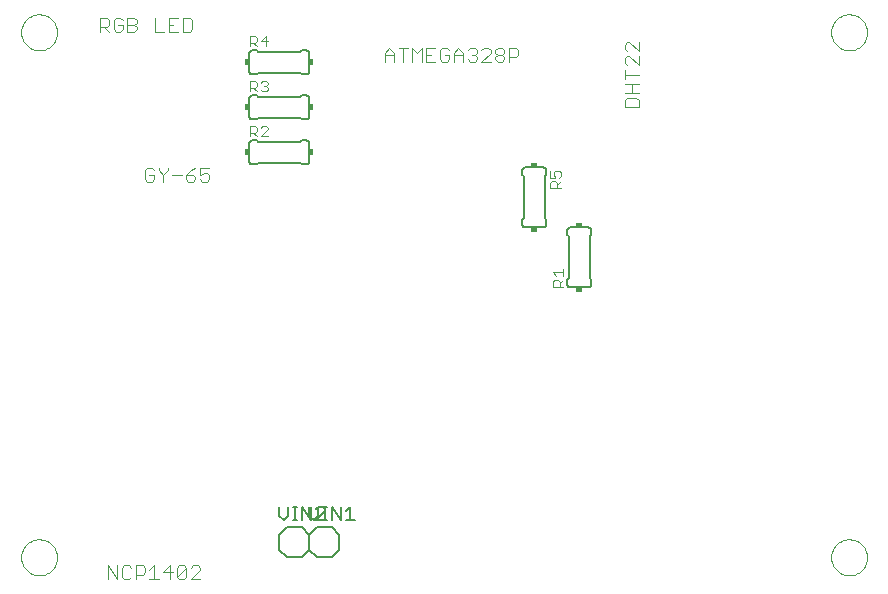
<source format=gto>
G75*
%MOIN*%
%OFA0B0*%
%FSLAX24Y24*%
%IPPOS*%
%LPD*%
%AMOC8*
5,1,8,0,0,1.08239X$1,22.5*
%
%ADD10C,0.0000*%
%ADD11C,0.0040*%
%ADD12C,0.0060*%
%ADD13R,0.0200X0.0150*%
%ADD14R,0.0150X0.0200*%
%ADD15C,0.0050*%
D10*
X000580Y001180D02*
X000582Y001229D01*
X000588Y001277D01*
X000598Y001325D01*
X000612Y001372D01*
X000629Y001418D01*
X000650Y001462D01*
X000675Y001504D01*
X000703Y001544D01*
X000735Y001582D01*
X000769Y001617D01*
X000806Y001649D01*
X000845Y001678D01*
X000887Y001704D01*
X000931Y001726D01*
X000976Y001744D01*
X001023Y001759D01*
X001070Y001770D01*
X001119Y001777D01*
X001168Y001780D01*
X001217Y001779D01*
X001265Y001774D01*
X001314Y001765D01*
X001361Y001752D01*
X001407Y001735D01*
X001451Y001715D01*
X001494Y001691D01*
X001535Y001664D01*
X001573Y001633D01*
X001609Y001600D01*
X001641Y001564D01*
X001671Y001525D01*
X001698Y001484D01*
X001721Y001440D01*
X001740Y001395D01*
X001756Y001349D01*
X001768Y001302D01*
X001776Y001253D01*
X001780Y001204D01*
X001780Y001156D01*
X001776Y001107D01*
X001768Y001058D01*
X001756Y001011D01*
X001740Y000965D01*
X001721Y000920D01*
X001698Y000876D01*
X001671Y000835D01*
X001641Y000796D01*
X001609Y000760D01*
X001573Y000727D01*
X001535Y000696D01*
X001494Y000669D01*
X001451Y000645D01*
X001407Y000625D01*
X001361Y000608D01*
X001314Y000595D01*
X001265Y000586D01*
X001217Y000581D01*
X001168Y000580D01*
X001119Y000583D01*
X001070Y000590D01*
X001023Y000601D01*
X000976Y000616D01*
X000931Y000634D01*
X000887Y000656D01*
X000845Y000682D01*
X000806Y000711D01*
X000769Y000743D01*
X000735Y000778D01*
X000703Y000816D01*
X000675Y000856D01*
X000650Y000898D01*
X000629Y000942D01*
X000612Y000988D01*
X000598Y001035D01*
X000588Y001083D01*
X000582Y001131D01*
X000580Y001180D01*
X000580Y018680D02*
X000582Y018729D01*
X000588Y018777D01*
X000598Y018825D01*
X000612Y018872D01*
X000629Y018918D01*
X000650Y018962D01*
X000675Y019004D01*
X000703Y019044D01*
X000735Y019082D01*
X000769Y019117D01*
X000806Y019149D01*
X000845Y019178D01*
X000887Y019204D01*
X000931Y019226D01*
X000976Y019244D01*
X001023Y019259D01*
X001070Y019270D01*
X001119Y019277D01*
X001168Y019280D01*
X001217Y019279D01*
X001265Y019274D01*
X001314Y019265D01*
X001361Y019252D01*
X001407Y019235D01*
X001451Y019215D01*
X001494Y019191D01*
X001535Y019164D01*
X001573Y019133D01*
X001609Y019100D01*
X001641Y019064D01*
X001671Y019025D01*
X001698Y018984D01*
X001721Y018940D01*
X001740Y018895D01*
X001756Y018849D01*
X001768Y018802D01*
X001776Y018753D01*
X001780Y018704D01*
X001780Y018656D01*
X001776Y018607D01*
X001768Y018558D01*
X001756Y018511D01*
X001740Y018465D01*
X001721Y018420D01*
X001698Y018376D01*
X001671Y018335D01*
X001641Y018296D01*
X001609Y018260D01*
X001573Y018227D01*
X001535Y018196D01*
X001494Y018169D01*
X001451Y018145D01*
X001407Y018125D01*
X001361Y018108D01*
X001314Y018095D01*
X001265Y018086D01*
X001217Y018081D01*
X001168Y018080D01*
X001119Y018083D01*
X001070Y018090D01*
X001023Y018101D01*
X000976Y018116D01*
X000931Y018134D01*
X000887Y018156D01*
X000845Y018182D01*
X000806Y018211D01*
X000769Y018243D01*
X000735Y018278D01*
X000703Y018316D01*
X000675Y018356D01*
X000650Y018398D01*
X000629Y018442D01*
X000612Y018488D01*
X000598Y018535D01*
X000588Y018583D01*
X000582Y018631D01*
X000580Y018680D01*
X027580Y018680D02*
X027582Y018729D01*
X027588Y018777D01*
X027598Y018825D01*
X027612Y018872D01*
X027629Y018918D01*
X027650Y018962D01*
X027675Y019004D01*
X027703Y019044D01*
X027735Y019082D01*
X027769Y019117D01*
X027806Y019149D01*
X027845Y019178D01*
X027887Y019204D01*
X027931Y019226D01*
X027976Y019244D01*
X028023Y019259D01*
X028070Y019270D01*
X028119Y019277D01*
X028168Y019280D01*
X028217Y019279D01*
X028265Y019274D01*
X028314Y019265D01*
X028361Y019252D01*
X028407Y019235D01*
X028451Y019215D01*
X028494Y019191D01*
X028535Y019164D01*
X028573Y019133D01*
X028609Y019100D01*
X028641Y019064D01*
X028671Y019025D01*
X028698Y018984D01*
X028721Y018940D01*
X028740Y018895D01*
X028756Y018849D01*
X028768Y018802D01*
X028776Y018753D01*
X028780Y018704D01*
X028780Y018656D01*
X028776Y018607D01*
X028768Y018558D01*
X028756Y018511D01*
X028740Y018465D01*
X028721Y018420D01*
X028698Y018376D01*
X028671Y018335D01*
X028641Y018296D01*
X028609Y018260D01*
X028573Y018227D01*
X028535Y018196D01*
X028494Y018169D01*
X028451Y018145D01*
X028407Y018125D01*
X028361Y018108D01*
X028314Y018095D01*
X028265Y018086D01*
X028217Y018081D01*
X028168Y018080D01*
X028119Y018083D01*
X028070Y018090D01*
X028023Y018101D01*
X027976Y018116D01*
X027931Y018134D01*
X027887Y018156D01*
X027845Y018182D01*
X027806Y018211D01*
X027769Y018243D01*
X027735Y018278D01*
X027703Y018316D01*
X027675Y018356D01*
X027650Y018398D01*
X027629Y018442D01*
X027612Y018488D01*
X027598Y018535D01*
X027588Y018583D01*
X027582Y018631D01*
X027580Y018680D01*
X027580Y001180D02*
X027582Y001229D01*
X027588Y001277D01*
X027598Y001325D01*
X027612Y001372D01*
X027629Y001418D01*
X027650Y001462D01*
X027675Y001504D01*
X027703Y001544D01*
X027735Y001582D01*
X027769Y001617D01*
X027806Y001649D01*
X027845Y001678D01*
X027887Y001704D01*
X027931Y001726D01*
X027976Y001744D01*
X028023Y001759D01*
X028070Y001770D01*
X028119Y001777D01*
X028168Y001780D01*
X028217Y001779D01*
X028265Y001774D01*
X028314Y001765D01*
X028361Y001752D01*
X028407Y001735D01*
X028451Y001715D01*
X028494Y001691D01*
X028535Y001664D01*
X028573Y001633D01*
X028609Y001600D01*
X028641Y001564D01*
X028671Y001525D01*
X028698Y001484D01*
X028721Y001440D01*
X028740Y001395D01*
X028756Y001349D01*
X028768Y001302D01*
X028776Y001253D01*
X028780Y001204D01*
X028780Y001156D01*
X028776Y001107D01*
X028768Y001058D01*
X028756Y001011D01*
X028740Y000965D01*
X028721Y000920D01*
X028698Y000876D01*
X028671Y000835D01*
X028641Y000796D01*
X028609Y000760D01*
X028573Y000727D01*
X028535Y000696D01*
X028494Y000669D01*
X028451Y000645D01*
X028407Y000625D01*
X028361Y000608D01*
X028314Y000595D01*
X028265Y000586D01*
X028217Y000581D01*
X028168Y000580D01*
X028119Y000583D01*
X028070Y000590D01*
X028023Y000601D01*
X027976Y000616D01*
X027931Y000634D01*
X027887Y000656D01*
X027845Y000682D01*
X027806Y000711D01*
X027769Y000743D01*
X027735Y000778D01*
X027703Y000816D01*
X027675Y000856D01*
X027650Y000898D01*
X027629Y000942D01*
X027612Y000988D01*
X027598Y001035D01*
X027588Y001083D01*
X027582Y001131D01*
X027580Y001180D01*
D11*
X018650Y010200D02*
X018300Y010200D01*
X018300Y010375D01*
X018358Y010434D01*
X018475Y010434D01*
X018533Y010375D01*
X018533Y010200D01*
X018533Y010317D02*
X018650Y010434D01*
X018650Y010559D02*
X018650Y010793D01*
X018650Y010676D02*
X018300Y010676D01*
X018416Y010559D01*
X018443Y013482D02*
X018443Y013657D01*
X018385Y013715D01*
X018268Y013715D01*
X018210Y013657D01*
X018210Y013482D01*
X018560Y013482D01*
X018443Y013599D02*
X018560Y013715D01*
X018502Y013841D02*
X018560Y013899D01*
X018560Y014016D01*
X018502Y014074D01*
X018385Y014074D01*
X018326Y014016D01*
X018326Y013958D01*
X018385Y013841D01*
X018210Y013841D01*
X018210Y014074D01*
X020700Y016200D02*
X020700Y016430D01*
X020776Y016507D01*
X021083Y016507D01*
X021160Y016430D01*
X021160Y016200D01*
X020700Y016200D01*
X020700Y016660D02*
X021160Y016660D01*
X020930Y016660D02*
X020930Y016967D01*
X020700Y016967D02*
X021160Y016967D01*
X021160Y017274D02*
X020700Y017274D01*
X020700Y017121D02*
X020700Y017428D01*
X020776Y017581D02*
X020700Y017658D01*
X020700Y017811D01*
X020776Y017888D01*
X020853Y017888D01*
X021160Y017581D01*
X021160Y017888D01*
X021160Y018042D02*
X020853Y018348D01*
X020776Y018348D01*
X020700Y018272D01*
X020700Y018118D01*
X020776Y018042D01*
X021160Y018042D02*
X021160Y018348D01*
X017150Y018084D02*
X017150Y017930D01*
X017074Y017853D01*
X016844Y017853D01*
X016844Y017700D02*
X016844Y018160D01*
X017074Y018160D01*
X017150Y018084D01*
X016690Y018084D02*
X016690Y018007D01*
X016613Y017930D01*
X016460Y017930D01*
X016383Y018007D01*
X016383Y018084D01*
X016460Y018160D01*
X016613Y018160D01*
X016690Y018084D01*
X016613Y017930D02*
X016690Y017853D01*
X016690Y017777D01*
X016613Y017700D01*
X016460Y017700D01*
X016383Y017777D01*
X016383Y017853D01*
X016460Y017930D01*
X016230Y018007D02*
X016230Y018084D01*
X016153Y018160D01*
X015999Y018160D01*
X015923Y018084D01*
X015769Y018084D02*
X015769Y018007D01*
X015693Y017930D01*
X015769Y017853D01*
X015769Y017777D01*
X015693Y017700D01*
X015539Y017700D01*
X015462Y017777D01*
X015309Y017700D02*
X015309Y018007D01*
X015155Y018160D01*
X015002Y018007D01*
X015002Y017700D01*
X014848Y017777D02*
X014848Y017930D01*
X014695Y017930D01*
X014542Y017777D02*
X014618Y017700D01*
X014772Y017700D01*
X014848Y017777D01*
X015002Y017930D02*
X015309Y017930D01*
X015462Y018084D02*
X015539Y018160D01*
X015693Y018160D01*
X015769Y018084D01*
X015693Y017930D02*
X015616Y017930D01*
X015923Y017700D02*
X016230Y018007D01*
X016230Y017700D02*
X015923Y017700D01*
X014848Y018084D02*
X014772Y018160D01*
X014618Y018160D01*
X014542Y018084D01*
X014542Y017777D01*
X014388Y017700D02*
X014081Y017700D01*
X014081Y018160D01*
X014388Y018160D01*
X014235Y017930D02*
X014081Y017930D01*
X013928Y018160D02*
X013928Y017700D01*
X013621Y017700D02*
X013621Y018160D01*
X013774Y018007D01*
X013928Y018160D01*
X013467Y018160D02*
X013160Y018160D01*
X013314Y018160D02*
X013314Y017700D01*
X013007Y017700D02*
X013007Y018007D01*
X012853Y018160D01*
X012700Y018007D01*
X012700Y017700D01*
X012700Y017930D02*
X013007Y017930D01*
X008793Y018385D02*
X008559Y018385D01*
X008734Y018560D01*
X008734Y018210D01*
X008434Y018210D02*
X008317Y018327D01*
X008375Y018327D02*
X008200Y018327D01*
X008200Y018210D02*
X008200Y018560D01*
X008375Y018560D01*
X008434Y018502D01*
X008434Y018385D01*
X008375Y018327D01*
X008375Y017060D02*
X008200Y017060D01*
X008200Y016710D01*
X008200Y016827D02*
X008375Y016827D01*
X008434Y016885D01*
X008434Y017002D01*
X008375Y017060D01*
X008559Y017002D02*
X008617Y017060D01*
X008734Y017060D01*
X008793Y017002D01*
X008793Y016944D01*
X008734Y016885D01*
X008793Y016827D01*
X008793Y016768D01*
X008734Y016710D01*
X008617Y016710D01*
X008559Y016768D01*
X008434Y016710D02*
X008317Y016827D01*
X008676Y016885D02*
X008734Y016885D01*
X008734Y015560D02*
X008617Y015560D01*
X008559Y015502D01*
X008434Y015502D02*
X008434Y015385D01*
X008375Y015327D01*
X008200Y015327D01*
X008317Y015327D02*
X008434Y015210D01*
X008559Y015210D02*
X008793Y015444D01*
X008793Y015502D01*
X008734Y015560D01*
X008434Y015502D02*
X008375Y015560D01*
X008200Y015560D01*
X008200Y015210D01*
X008559Y015210D02*
X008793Y015210D01*
X006848Y014160D02*
X006542Y014160D01*
X006542Y013930D01*
X006695Y014007D01*
X006772Y014007D01*
X006848Y013930D01*
X006848Y013777D01*
X006772Y013700D01*
X006618Y013700D01*
X006542Y013777D01*
X006388Y013777D02*
X006311Y013700D01*
X006158Y013700D01*
X006081Y013777D01*
X006081Y013930D01*
X006311Y013930D01*
X006388Y013853D01*
X006388Y013777D01*
X006235Y014084D02*
X006081Y013930D01*
X005928Y013930D02*
X005621Y013930D01*
X005467Y014084D02*
X005467Y014160D01*
X005467Y014084D02*
X005314Y013930D01*
X005314Y013700D01*
X005007Y013777D02*
X005007Y013930D01*
X004853Y013930D01*
X004700Y013777D02*
X004700Y014084D01*
X004777Y014160D01*
X004930Y014160D01*
X005007Y014084D01*
X005160Y014084D02*
X005314Y013930D01*
X005160Y014084D02*
X005160Y014160D01*
X005007Y013777D02*
X004930Y013700D01*
X004777Y013700D01*
X004700Y013777D01*
X006235Y014084D02*
X006388Y014160D01*
X006193Y018700D02*
X005962Y018700D01*
X005962Y019160D01*
X006193Y019160D01*
X006269Y019084D01*
X006269Y018777D01*
X006193Y018700D01*
X005809Y018700D02*
X005502Y018700D01*
X005502Y019160D01*
X005809Y019160D01*
X005655Y018930D02*
X005502Y018930D01*
X005348Y018700D02*
X005042Y018700D01*
X005042Y019160D01*
X004428Y019084D02*
X004428Y019007D01*
X004351Y018930D01*
X004121Y018930D01*
X003967Y018930D02*
X003967Y018777D01*
X003891Y018700D01*
X003737Y018700D01*
X003660Y018777D01*
X003660Y019084D01*
X003737Y019160D01*
X003891Y019160D01*
X003967Y019084D01*
X003967Y018930D02*
X003814Y018930D01*
X003507Y018930D02*
X003430Y018853D01*
X003200Y018853D01*
X003200Y018700D02*
X003200Y019160D01*
X003430Y019160D01*
X003507Y019084D01*
X003507Y018930D01*
X003353Y018853D02*
X003507Y018700D01*
X004121Y018700D02*
X004351Y018700D01*
X004428Y018777D01*
X004428Y018853D01*
X004351Y018930D01*
X004428Y019084D02*
X004351Y019160D01*
X004121Y019160D01*
X004121Y018700D01*
X004168Y000910D02*
X004014Y000910D01*
X003938Y000834D01*
X003938Y000527D01*
X004014Y000450D01*
X004168Y000450D01*
X004245Y000527D01*
X004398Y000603D02*
X004628Y000603D01*
X004705Y000680D01*
X004705Y000834D01*
X004628Y000910D01*
X004398Y000910D01*
X004398Y000450D01*
X004245Y000834D02*
X004168Y000910D01*
X003784Y000910D02*
X003784Y000450D01*
X003477Y000910D01*
X003477Y000450D01*
X004858Y000450D02*
X005165Y000450D01*
X005012Y000450D02*
X005012Y000910D01*
X004858Y000757D01*
X005319Y000680D02*
X005626Y000680D01*
X005779Y000527D02*
X006086Y000834D01*
X006086Y000527D01*
X006009Y000450D01*
X005856Y000450D01*
X005779Y000527D01*
X005779Y000834D01*
X005856Y000910D01*
X006009Y000910D01*
X006086Y000834D01*
X006240Y000834D02*
X006316Y000910D01*
X006470Y000910D01*
X006547Y000834D01*
X006547Y000757D01*
X006240Y000450D01*
X006547Y000450D01*
X005549Y000450D02*
X005549Y000910D01*
X005319Y000680D01*
D12*
X009180Y001430D02*
X009430Y001180D01*
X009930Y001180D01*
X010180Y001430D01*
X010180Y001930D01*
X009930Y002180D01*
X009430Y002180D01*
X009180Y001930D01*
X009180Y001430D01*
X010180Y001430D02*
X010430Y001180D01*
X010930Y001180D01*
X011180Y001430D01*
X011180Y001930D01*
X010930Y002180D01*
X010430Y002180D01*
X010180Y001930D01*
X010180Y001430D01*
X018880Y010180D02*
X019480Y010180D01*
X019497Y010182D01*
X019514Y010186D01*
X019530Y010193D01*
X019544Y010203D01*
X019557Y010216D01*
X019567Y010230D01*
X019574Y010246D01*
X019578Y010263D01*
X019580Y010280D01*
X019580Y010430D01*
X019530Y010480D01*
X019530Y011880D01*
X019580Y011930D01*
X019580Y012080D01*
X019578Y012097D01*
X019574Y012114D01*
X019567Y012130D01*
X019557Y012144D01*
X019544Y012157D01*
X019530Y012167D01*
X019514Y012174D01*
X019497Y012178D01*
X019480Y012180D01*
X018880Y012180D01*
X018863Y012178D01*
X018846Y012174D01*
X018830Y012167D01*
X018816Y012157D01*
X018803Y012144D01*
X018793Y012130D01*
X018786Y012114D01*
X018782Y012097D01*
X018780Y012080D01*
X018780Y011930D01*
X018830Y011880D01*
X018830Y010480D01*
X018780Y010430D01*
X018780Y010280D01*
X018782Y010263D01*
X018786Y010246D01*
X018793Y010230D01*
X018803Y010216D01*
X018816Y010203D01*
X018830Y010193D01*
X018846Y010186D01*
X018863Y010182D01*
X018880Y010180D01*
X017980Y012180D02*
X017380Y012180D01*
X017363Y012182D01*
X017346Y012186D01*
X017330Y012193D01*
X017316Y012203D01*
X017303Y012216D01*
X017293Y012230D01*
X017286Y012246D01*
X017282Y012263D01*
X017280Y012280D01*
X017280Y012430D01*
X017330Y012480D01*
X017330Y013880D01*
X017280Y013930D01*
X017280Y014080D01*
X017282Y014097D01*
X017286Y014114D01*
X017293Y014130D01*
X017303Y014144D01*
X017316Y014157D01*
X017330Y014167D01*
X017346Y014174D01*
X017363Y014178D01*
X017380Y014180D01*
X017980Y014180D01*
X017997Y014178D01*
X018014Y014174D01*
X018030Y014167D01*
X018044Y014157D01*
X018057Y014144D01*
X018067Y014130D01*
X018074Y014114D01*
X018078Y014097D01*
X018080Y014080D01*
X018080Y013930D01*
X018030Y013880D01*
X018030Y012480D01*
X018080Y012430D01*
X018080Y012280D01*
X018078Y012263D01*
X018074Y012246D01*
X018067Y012230D01*
X018057Y012216D01*
X018044Y012203D01*
X018030Y012193D01*
X018014Y012186D01*
X017997Y012182D01*
X017980Y012180D01*
X010180Y014380D02*
X010180Y014980D01*
X010178Y014997D01*
X010174Y015014D01*
X010167Y015030D01*
X010157Y015044D01*
X010144Y015057D01*
X010130Y015067D01*
X010114Y015074D01*
X010097Y015078D01*
X010080Y015080D01*
X009930Y015080D01*
X009880Y015030D01*
X008480Y015030D01*
X008430Y015080D01*
X008280Y015080D01*
X008263Y015078D01*
X008246Y015074D01*
X008230Y015067D01*
X008216Y015057D01*
X008203Y015044D01*
X008193Y015030D01*
X008186Y015014D01*
X008182Y014997D01*
X008180Y014980D01*
X008180Y014380D01*
X008182Y014363D01*
X008186Y014346D01*
X008193Y014330D01*
X008203Y014316D01*
X008216Y014303D01*
X008230Y014293D01*
X008246Y014286D01*
X008263Y014282D01*
X008280Y014280D01*
X008430Y014280D01*
X008480Y014330D01*
X009880Y014330D01*
X009930Y014280D01*
X010080Y014280D01*
X010097Y014282D01*
X010114Y014286D01*
X010130Y014293D01*
X010144Y014303D01*
X010157Y014316D01*
X010167Y014330D01*
X010174Y014346D01*
X010178Y014363D01*
X010180Y014380D01*
X010080Y015780D02*
X009930Y015780D01*
X009880Y015830D01*
X008480Y015830D01*
X008430Y015780D01*
X008280Y015780D01*
X008263Y015782D01*
X008246Y015786D01*
X008230Y015793D01*
X008216Y015803D01*
X008203Y015816D01*
X008193Y015830D01*
X008186Y015846D01*
X008182Y015863D01*
X008180Y015880D01*
X008180Y016480D01*
X008182Y016497D01*
X008186Y016514D01*
X008193Y016530D01*
X008203Y016544D01*
X008216Y016557D01*
X008230Y016567D01*
X008246Y016574D01*
X008263Y016578D01*
X008280Y016580D01*
X008430Y016580D01*
X008480Y016530D01*
X009880Y016530D01*
X009930Y016580D01*
X010080Y016580D01*
X010097Y016578D01*
X010114Y016574D01*
X010130Y016567D01*
X010144Y016557D01*
X010157Y016544D01*
X010167Y016530D01*
X010174Y016514D01*
X010178Y016497D01*
X010180Y016480D01*
X010180Y015880D01*
X010178Y015863D01*
X010174Y015846D01*
X010167Y015830D01*
X010157Y015816D01*
X010144Y015803D01*
X010130Y015793D01*
X010114Y015786D01*
X010097Y015782D01*
X010080Y015780D01*
X010080Y017280D02*
X009930Y017280D01*
X009880Y017330D01*
X008480Y017330D01*
X008430Y017280D01*
X008280Y017280D01*
X008263Y017282D01*
X008246Y017286D01*
X008230Y017293D01*
X008216Y017303D01*
X008203Y017316D01*
X008193Y017330D01*
X008186Y017346D01*
X008182Y017363D01*
X008180Y017380D01*
X008180Y017980D01*
X008182Y017997D01*
X008186Y018014D01*
X008193Y018030D01*
X008203Y018044D01*
X008216Y018057D01*
X008230Y018067D01*
X008246Y018074D01*
X008263Y018078D01*
X008280Y018080D01*
X008430Y018080D01*
X008480Y018030D01*
X009880Y018030D01*
X009930Y018080D01*
X010080Y018080D01*
X010097Y018078D01*
X010114Y018074D01*
X010130Y018067D01*
X010144Y018057D01*
X010157Y018044D01*
X010167Y018030D01*
X010174Y018014D01*
X010178Y017997D01*
X010180Y017980D01*
X010180Y017380D01*
X010178Y017363D01*
X010174Y017346D01*
X010167Y017330D01*
X010157Y017316D01*
X010144Y017303D01*
X010130Y017293D01*
X010114Y017286D01*
X010097Y017282D01*
X010080Y017280D01*
D13*
X017680Y014255D03*
X019180Y012255D03*
X017680Y012105D03*
X019180Y010105D03*
D14*
X010255Y014680D03*
X008105Y014680D03*
X008105Y016180D03*
X010255Y016180D03*
X010255Y017680D03*
X008105Y017680D03*
D15*
X009175Y002875D02*
X009175Y002575D01*
X009325Y002425D01*
X009475Y002575D01*
X009475Y002875D01*
X009635Y002875D02*
X009786Y002875D01*
X009710Y002875D02*
X009710Y002425D01*
X009635Y002425D02*
X009786Y002425D01*
X009942Y002425D02*
X009942Y002875D01*
X010243Y002425D01*
X010243Y002875D01*
X010175Y002875D02*
X010175Y002575D01*
X010325Y002425D01*
X010475Y002575D01*
X010475Y002875D01*
X010478Y002875D02*
X010403Y002800D01*
X010478Y002875D02*
X010628Y002875D01*
X010703Y002800D01*
X010703Y002725D01*
X010403Y002425D01*
X010703Y002425D01*
X010710Y002425D02*
X010710Y002875D01*
X010635Y002875D02*
X010786Y002875D01*
X010942Y002875D02*
X011243Y002425D01*
X011243Y002875D01*
X011403Y002725D02*
X011553Y002875D01*
X011553Y002425D01*
X011403Y002425D02*
X011703Y002425D01*
X010942Y002425D02*
X010942Y002875D01*
X010786Y002425D02*
X010635Y002425D01*
M02*

</source>
